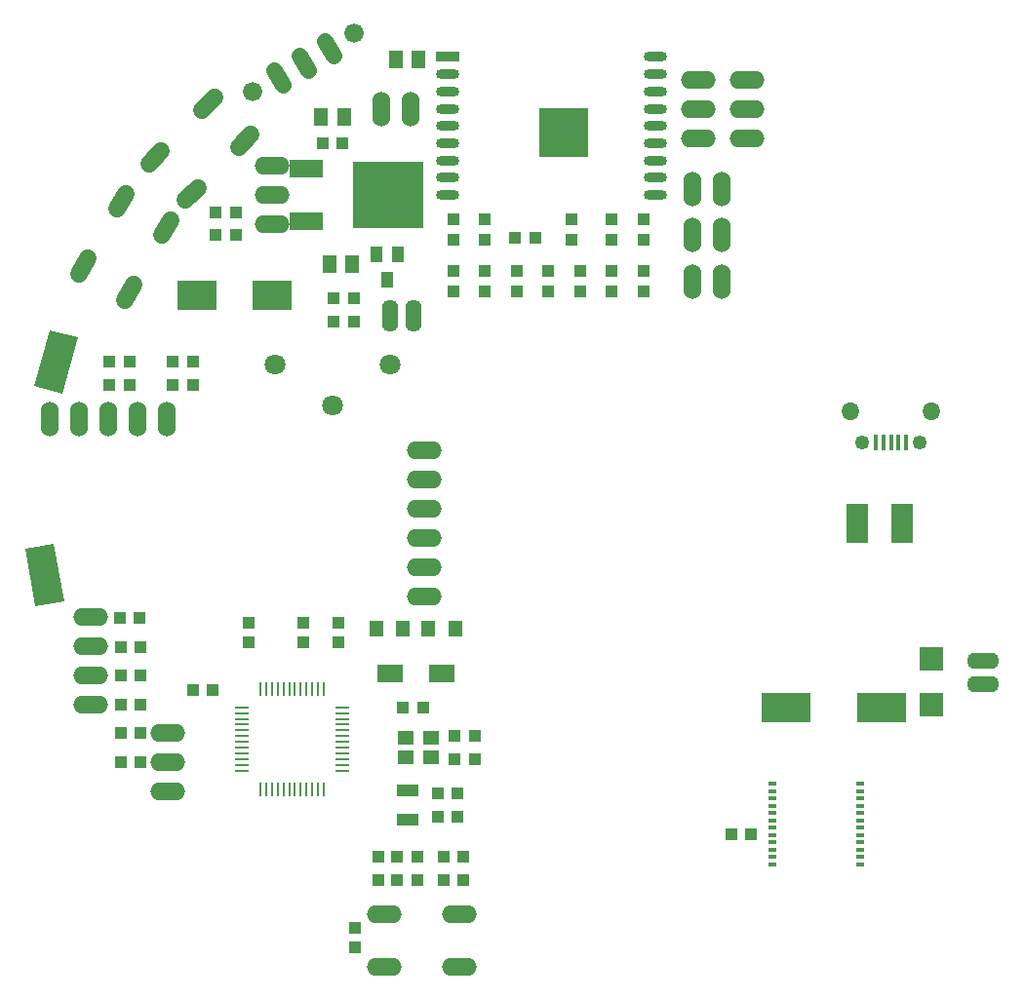
<source format=gts>
G04 #@! TF.FileFunction,Soldermask,Top*
%FSLAX46Y46*%
G04 Gerber Fmt 4.6, Leading zero omitted, Abs format (unit mm)*
G04 Created by KiCad (PCBNEW 4.0.1-stable) date 2017/06/17 11:06:08*
%MOMM*%
G01*
G04 APERTURE LIST*
%ADD10C,0.100000*%
%ADD11R,1.400000X1.200000*%
%ADD12C,1.800000*%
%ADD13R,1.998980X1.998980*%
%ADD14R,1.049020X1.079500*%
%ADD15R,1.079500X1.049020*%
%ADD16R,2.999740X1.597660*%
%ADD17R,6.197600X5.798820*%
%ADD18R,1.297940X1.399540*%
%ADD19R,2.298700X1.498600*%
%ADD20C,1.422400*%
%ADD21C,1.676400*%
%ADD22O,1.524000X3.048000*%
%ADD23R,1.300000X0.250000*%
%ADD24R,0.250000X1.300000*%
%ADD25O,2.000000X0.900000*%
%ADD26R,2.000000X0.900000*%
%ADD27R,4.300000X4.300000*%
%ADD28R,1.900000X1.100000*%
%ADD29R,3.497580X2.499360*%
%ADD30R,4.297680X2.499360*%
%ADD31R,0.762000X0.406400*%
%ADD32O,3.048000X1.524000*%
%ADD33C,1.524000*%
%ADD34R,1.000000X1.400000*%
%ADD35R,1.297940X1.597660*%
%ADD36R,1.899920X3.398520*%
%ADD37R,0.998220X0.998220*%
%ADD38R,0.400000X1.350000*%
%ADD39O,1.550000X1.550000*%
%ADD40O,1.250000X1.250000*%
%ADD41O,2.800000X1.400000*%
%ADD42O,1.400000X2.800000*%
G04 APERTURE END LIST*
D10*
D11*
X114900000Y-125350000D03*
X117100000Y-125350000D03*
X117100000Y-123650000D03*
X114900000Y-123650000D03*
D10*
G36*
X82690361Y-112221945D02*
X81808228Y-107219121D01*
X84309639Y-106778055D01*
X85191772Y-111780879D01*
X82690361Y-112221945D01*
X82690361Y-112221945D01*
G37*
D12*
X108500000Y-94800000D03*
X113500000Y-91200000D03*
X103500000Y-91200000D03*
D13*
X160500000Y-120748980D03*
X160500000Y-116751020D03*
D14*
X117626240Y-130500000D03*
X119373760Y-130500000D03*
X117626240Y-128500000D03*
X119373760Y-128500000D03*
D15*
X110500000Y-140126240D03*
X110500000Y-141873760D03*
D14*
X107626240Y-72000000D03*
X109373760Y-72000000D03*
X126123760Y-80250000D03*
X124376240Y-80250000D03*
D16*
X106201940Y-74221620D03*
X106201940Y-78778380D03*
D17*
X113379980Y-76500000D03*
D14*
X94626240Y-91000000D03*
X96373760Y-91000000D03*
X118126240Y-134000000D03*
X119873760Y-134000000D03*
D18*
X119148080Y-114200220D03*
D19*
X118000000Y-118048320D03*
D18*
X116851920Y-114200220D03*
D15*
X129250000Y-78626240D03*
X129250000Y-80373760D03*
X119000000Y-80373760D03*
X119000000Y-78626240D03*
X121750000Y-80373760D03*
X121750000Y-78626240D03*
X132750000Y-80373760D03*
X132750000Y-78626240D03*
D14*
X96373760Y-93000000D03*
X94626240Y-93000000D03*
X119873760Y-136000000D03*
X118126240Y-136000000D03*
X108626240Y-85500000D03*
X110373760Y-85500000D03*
X110373760Y-87500000D03*
X108626240Y-87500000D03*
D15*
X119000000Y-83126240D03*
X119000000Y-84873760D03*
D20*
X104155895Y-66885917D02*
X103444695Y-65654083D01*
X106355600Y-65615917D02*
X105644400Y-64384083D01*
X108555305Y-64345917D02*
X107844105Y-63114083D01*
D21*
X101600591Y-67540000D03*
X110399409Y-62460000D03*
D22*
X94080000Y-96000000D03*
X91540000Y-96000000D03*
X89000000Y-96000000D03*
X86460000Y-96000000D03*
X83920000Y-96000000D03*
D15*
X121750000Y-83126240D03*
X121750000Y-84873760D03*
D14*
X114626240Y-121000000D03*
X116373760Y-121000000D03*
D15*
X101250000Y-115373760D03*
X101250000Y-113626240D03*
X106000000Y-115373760D03*
X106000000Y-113626240D03*
D14*
X98123760Y-119500000D03*
X96376240Y-119500000D03*
X114126240Y-136000000D03*
X115873760Y-136000000D03*
X114126240Y-134000000D03*
X115873760Y-134000000D03*
X144873760Y-132000000D03*
X143126240Y-132000000D03*
D22*
X139730000Y-76000000D03*
X142270000Y-76000000D03*
X142270000Y-80000000D03*
X139730000Y-80000000D03*
X142270000Y-84000000D03*
X139730000Y-84000000D03*
D15*
X124500000Y-83126240D03*
X124500000Y-84873760D03*
X127250000Y-83126240D03*
X127250000Y-84873760D03*
X130000000Y-83126240D03*
X130000000Y-84873760D03*
X132750000Y-83126240D03*
X132750000Y-84873760D03*
D23*
X109350000Y-126500000D03*
X109350000Y-126000000D03*
X109350000Y-125500000D03*
X109350000Y-125000000D03*
X109350000Y-124500000D03*
X109350000Y-124000000D03*
X109350000Y-123500000D03*
X109350000Y-123000000D03*
X109350000Y-122500000D03*
X109350000Y-122000000D03*
X109350000Y-121500000D03*
X109350000Y-121000000D03*
D24*
X107750000Y-119400000D03*
X107250000Y-119400000D03*
X106750000Y-119400000D03*
X106250000Y-119400000D03*
X105750000Y-119400000D03*
X105250000Y-119400000D03*
X104750000Y-119400000D03*
X104250000Y-119400000D03*
X103750000Y-119400000D03*
X103250000Y-119400000D03*
X102750000Y-119400000D03*
X102250000Y-119400000D03*
D23*
X100650000Y-121000000D03*
X100650000Y-121500000D03*
X100650000Y-122000000D03*
X100650000Y-122500000D03*
X100650000Y-123000000D03*
X100650000Y-123500000D03*
X100650000Y-124000000D03*
X100650000Y-124500000D03*
X100650000Y-125000000D03*
X100650000Y-125500000D03*
X100650000Y-126000000D03*
X100650000Y-126500000D03*
D24*
X102250000Y-128100000D03*
X102750000Y-128100000D03*
X103250000Y-128100000D03*
X103750000Y-128100000D03*
X104250000Y-128100000D03*
X104750000Y-128100000D03*
X105250000Y-128100000D03*
X105750000Y-128100000D03*
X106250000Y-128100000D03*
X106750000Y-128100000D03*
X107250000Y-128100000D03*
X107750000Y-128100000D03*
D25*
X136500000Y-76500000D03*
X118500000Y-76500000D03*
D26*
X118500000Y-64500000D03*
D25*
X118500000Y-66000000D03*
X118500000Y-67500000D03*
X118500000Y-69000000D03*
X118500000Y-70500000D03*
X118500000Y-72000000D03*
X118500000Y-73500000D03*
X118500000Y-75000000D03*
X136500000Y-75000000D03*
X136500000Y-73500000D03*
X136500000Y-72000000D03*
X136500000Y-70500000D03*
X136500000Y-69000000D03*
X136500000Y-67500000D03*
X136500000Y-66000000D03*
X136500000Y-64500000D03*
D27*
X128620000Y-71080000D03*
D28*
X115000000Y-130750000D03*
X115000000Y-128250000D03*
D14*
X98376240Y-80000000D03*
X100123760Y-80000000D03*
X89126240Y-93000000D03*
X90873760Y-93000000D03*
D29*
X96751340Y-85250000D03*
X103248660Y-85250000D03*
D30*
X156147820Y-121000000D03*
X147852180Y-121000000D03*
D31*
X154310000Y-134649980D03*
X154310000Y-134014980D03*
X154310000Y-133379980D03*
X154310000Y-132744980D03*
X154310000Y-132109980D03*
X154310000Y-131474980D03*
X154310000Y-130842520D03*
X154310000Y-130207520D03*
X154310000Y-129572520D03*
X154310000Y-128937520D03*
X154310000Y-128302520D03*
X154310000Y-127667520D03*
X146690000Y-127667520D03*
X146690000Y-128302520D03*
X146690000Y-128937520D03*
X146690000Y-129572520D03*
X146690000Y-130207520D03*
X146690000Y-130842520D03*
X146690000Y-131474980D03*
X146690000Y-132109980D03*
X146690000Y-132744980D03*
X146690000Y-133379980D03*
X146690000Y-134014980D03*
X146690000Y-134649980D03*
D32*
X103250000Y-73960000D03*
X103250000Y-76500000D03*
X103250000Y-79040000D03*
D22*
X112730000Y-69000000D03*
X115270000Y-69000000D03*
D32*
X94200000Y-123260000D03*
X94200000Y-125800000D03*
X94200000Y-128340000D03*
X87500000Y-113190000D03*
X87500000Y-115730000D03*
X87500000Y-118270000D03*
X87500000Y-120810000D03*
X116500000Y-98650000D03*
X116500000Y-101190000D03*
X116500000Y-103730000D03*
X116500000Y-106270000D03*
X116500000Y-108810000D03*
X116500000Y-111350000D03*
D14*
X91773760Y-113200000D03*
X90026240Y-113200000D03*
D18*
X114648080Y-114200220D03*
D19*
X113500000Y-118048320D03*
D18*
X112351920Y-114200220D03*
D33*
X92563754Y-73739275D02*
X93641384Y-72661645D01*
X97161645Y-69141384D02*
X98239275Y-68063754D01*
X95760725Y-76936246D02*
X96838355Y-75858616D01*
X100358616Y-72338355D02*
X101436246Y-71260725D01*
X86535663Y-83345233D02*
X87297663Y-82025411D01*
X89786863Y-77713989D02*
X90548863Y-76394167D01*
X90451137Y-85605833D02*
X91213137Y-84286011D01*
X93702337Y-79974589D02*
X94464337Y-78654767D01*
D32*
X119501200Y-143510600D03*
X112998800Y-143510600D03*
X119501200Y-138989400D03*
X112998800Y-138989400D03*
D34*
X113250000Y-83850000D03*
X112300000Y-81650000D03*
X114200000Y-81650000D03*
D15*
X109000000Y-115373760D03*
X109000000Y-113626240D03*
D35*
X107501780Y-69750000D03*
X109498220Y-69750000D03*
X108251780Y-82500000D03*
X110248220Y-82500000D03*
X115998220Y-64750000D03*
X114001780Y-64750000D03*
D15*
X135500000Y-80373760D03*
X135500000Y-78626240D03*
X135500000Y-84873760D03*
X135500000Y-83126240D03*
D10*
G36*
X82615874Y-93124751D02*
X83930675Y-88217848D01*
X86384126Y-88875249D01*
X85069325Y-93782152D01*
X82615874Y-93124751D01*
X82615874Y-93124751D01*
G37*
D32*
X140250000Y-66460000D03*
X140250000Y-69000000D03*
X140250000Y-71540000D03*
X144500000Y-66460000D03*
X144500000Y-69000000D03*
X144500000Y-71540000D03*
D14*
X119126240Y-125500000D03*
X120873760Y-125500000D03*
X119126240Y-123500000D03*
X120873760Y-123500000D03*
X90126240Y-115750000D03*
X91873760Y-115750000D03*
X90126240Y-123200000D03*
X91873760Y-123200000D03*
X90126240Y-125750000D03*
X91873760Y-125750000D03*
D36*
X157948180Y-105000000D03*
X154051820Y-105000000D03*
D37*
X112500000Y-134000000D03*
X112500000Y-136000000D03*
D38*
X158300000Y-98000000D03*
X157650000Y-98000000D03*
X157000000Y-98000000D03*
X156350000Y-98000000D03*
X155700000Y-98000000D03*
D39*
X160500000Y-95300000D03*
X153500000Y-95300000D03*
D40*
X159500000Y-98000000D03*
X154500000Y-98000000D03*
D14*
X98376240Y-78000000D03*
X100123760Y-78000000D03*
X89126240Y-91000000D03*
X90873760Y-91000000D03*
X91873760Y-118250000D03*
X90126240Y-118250000D03*
X91873760Y-120750000D03*
X90126240Y-120750000D03*
D41*
X165000000Y-119000000D03*
X165000000Y-117000000D03*
D42*
X115500000Y-87000000D03*
X113500000Y-87000000D03*
M02*

</source>
